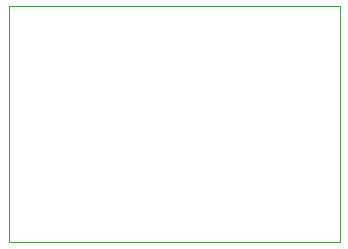
<source format=gbr>
G04 #@! TF.FileFunction,Profile,NP*
%FSLAX46Y46*%
G04 Gerber Fmt 4.6, Leading zero omitted, Abs format (unit mm)*
G04 Created by KiCad (PCBNEW 4.0.6) date 04/15/17 09:15:45*
%MOMM*%
%LPD*%
G01*
G04 APERTURE LIST*
%ADD10C,0.100000*%
G04 APERTURE END LIST*
D10*
X0Y-20000000D02*
X28000000Y-20000000D01*
X28000000Y0D02*
X0Y0D01*
X28000000Y0D02*
X28000000Y-20000000D01*
X0Y-20000000D02*
X0Y0D01*
M02*

</source>
